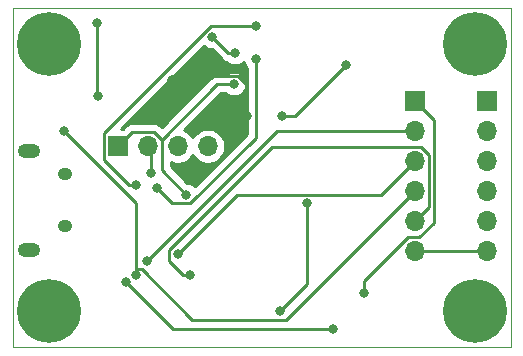
<source format=gbr>
G04 #@! TF.GenerationSoftware,KiCad,Pcbnew,5.1.10-88a1d61d58~88~ubuntu20.04.1*
G04 #@! TF.CreationDate,2021-05-19T21:03:50-06:00*
G04 #@! TF.ProjectId,ESP_Programmer,4553505f-5072-46f6-9772-616d6d65722e,rev?*
G04 #@! TF.SameCoordinates,Original*
G04 #@! TF.FileFunction,Copper,L2,Bot*
G04 #@! TF.FilePolarity,Positive*
%FSLAX46Y46*%
G04 Gerber Fmt 4.6, Leading zero omitted, Abs format (unit mm)*
G04 Created by KiCad (PCBNEW 5.1.10-88a1d61d58~88~ubuntu20.04.1) date 2021-05-19 21:03:50*
%MOMM*%
%LPD*%
G01*
G04 APERTURE LIST*
G04 #@! TA.AperFunction,Profile*
%ADD10C,0.050000*%
G04 #@! TD*
G04 #@! TA.AperFunction,ComponentPad*
%ADD11O,1.700000X1.700000*%
G04 #@! TD*
G04 #@! TA.AperFunction,ComponentPad*
%ADD12R,1.700000X1.700000*%
G04 #@! TD*
G04 #@! TA.AperFunction,ComponentPad*
%ADD13O,1.250000X1.050000*%
G04 #@! TD*
G04 #@! TA.AperFunction,ComponentPad*
%ADD14O,1.900000X1.200000*%
G04 #@! TD*
G04 #@! TA.AperFunction,ComponentPad*
%ADD15C,5.400000*%
G04 #@! TD*
G04 #@! TA.AperFunction,ViaPad*
%ADD16C,0.800000*%
G04 #@! TD*
G04 #@! TA.AperFunction,Conductor*
%ADD17C,0.250000*%
G04 #@! TD*
G04 #@! TA.AperFunction,Conductor*
%ADD18C,0.254000*%
G04 #@! TD*
G04 #@! TA.AperFunction,Conductor*
%ADD19C,0.350000*%
G04 #@! TD*
G04 APERTURE END LIST*
D10*
X184658000Y-116840000D02*
X195580000Y-116840000D01*
X184658000Y-88138000D02*
X184658000Y-116840000D01*
X184912000Y-88138000D02*
X184658000Y-88138000D01*
X226822000Y-88138000D02*
X184912000Y-88138000D01*
X226822000Y-116840000D02*
X226822000Y-88138000D01*
X226568000Y-116840000D02*
X226822000Y-116840000D01*
X195580000Y-116840000D02*
X226568000Y-116840000D01*
D11*
G04 #@! TO.P,J4,6*
G04 #@! TO.N,GND*
X224790000Y-108712000D03*
G04 #@! TO.P,J4,5*
G04 #@! TO.N,GPIO0*
X224790000Y-106172000D03*
G04 #@! TO.P,J4,4*
G04 #@! TO.N,PWR_IO*
X224790000Y-103632000D03*
G04 #@! TO.P,J4,3*
G04 #@! TO.N,TXO*
X224790000Y-101092000D03*
G04 #@! TO.P,J4,2*
G04 #@! TO.N,RXI*
X224790000Y-98552000D03*
D12*
G04 #@! TO.P,J4,1*
G04 #@! TO.N,RST*
X224790000Y-96012000D03*
G04 #@! TD*
D11*
G04 #@! TO.P,J3,6*
G04 #@! TO.N,GND*
X218694000Y-108712000D03*
G04 #@! TO.P,J3,5*
G04 #@! TO.N,CTS*
X218694000Y-106172000D03*
G04 #@! TO.P,J3,4*
G04 #@! TO.N,PWR_IO*
X218694000Y-103632000D03*
G04 #@! TO.P,J3,3*
G04 #@! TO.N,TXO*
X218694000Y-101092000D03*
G04 #@! TO.P,J3,2*
G04 #@! TO.N,RXI*
X218694000Y-98552000D03*
D12*
G04 #@! TO.P,J3,1*
G04 #@! TO.N,DTR*
X218694000Y-96012000D03*
G04 #@! TD*
D11*
G04 #@! TO.P,J2,4*
G04 #@! TO.N,GND*
X201168000Y-99822000D03*
G04 #@! TO.P,J2,3*
G04 #@! TO.N,D+*
X198628000Y-99822000D03*
G04 #@! TO.P,J2,2*
G04 #@! TO.N,D-*
X196088000Y-99822000D03*
D12*
G04 #@! TO.P,J2,1*
G04 #@! TO.N,+5V*
X193548000Y-99822000D03*
G04 #@! TD*
D13*
G04 #@! TO.P,J1,SH*
G04 #@! TO.N,N/C*
X189047000Y-106619000D03*
D14*
X186047000Y-108569000D03*
X186047000Y-100219000D03*
D13*
X189047000Y-102169000D03*
G04 #@! TD*
D15*
G04 #@! TO.P,H4,1*
G04 #@! TO.N,GND*
X187706000Y-113792000D03*
G04 #@! TD*
G04 #@! TO.P,H3,1*
G04 #@! TO.N,GND*
X223774000Y-113792000D03*
G04 #@! TD*
G04 #@! TO.P,H2,1*
G04 #@! TO.N,GND*
X187706000Y-91186000D03*
G04 #@! TD*
G04 #@! TO.P,H1,1*
G04 #@! TO.N,GND*
X223774000Y-91186000D03*
G04 #@! TD*
D16*
G04 #@! TO.N,GND*
X203454000Y-91948000D03*
X201535902Y-90574402D03*
G04 #@! TO.N,+5V*
X199344347Y-103931653D03*
X203370095Y-94571905D03*
G04 #@! TO.N,+3V3*
X198156500Y-94234000D03*
X204506500Y-97282000D03*
G04 #@! TO.N,RST*
X207264000Y-113792000D03*
X209586500Y-104648000D03*
X212852000Y-92964000D03*
X207481500Y-97282000D03*
G04 #@! TO.N,GPIO0*
X191770000Y-89408000D03*
X191902004Y-95605996D03*
G04 #@! TO.N,RXLED*
X205232000Y-92456000D03*
X196850000Y-103378000D03*
G04 #@! TO.N,TXLED*
X195072000Y-103124000D03*
X205268500Y-89662000D03*
G04 #@! TO.N,D-*
X196342000Y-102108000D03*
G04 #@! TO.N,CTS*
X199644000Y-110744000D03*
G04 #@! TO.N,PWR_IO*
X188976000Y-98552000D03*
X195072000Y-110744000D03*
G04 #@! TO.N,TXO*
X198628000Y-108966000D03*
G04 #@! TO.N,RXI*
X195994154Y-109567846D03*
G04 #@! TO.N,DTR*
X214412500Y-112268000D03*
G04 #@! TO.N,RTS*
X194239949Y-111298701D03*
X211799500Y-115316000D03*
G04 #@! TD*
D17*
G04 #@! TO.N,GND*
X218694000Y-108712000D02*
X224790000Y-108712000D01*
X202909500Y-91948000D02*
X201535902Y-90574402D01*
X203454000Y-91948000D02*
X202909500Y-91948000D01*
G04 #@! TO.N,+5V*
X196652001Y-98646999D02*
X197263001Y-99257999D01*
X194723001Y-98646999D02*
X196652001Y-98646999D01*
X197263001Y-101850307D02*
X199344347Y-103931653D01*
X197263001Y-99257999D02*
X197263001Y-101850307D01*
X193548000Y-99822000D02*
X194723001Y-98646999D01*
X201949095Y-94571905D02*
X203370095Y-94571905D01*
X197263001Y-99257999D02*
X201949095Y-94571905D01*
G04 #@! TO.N,+3V3*
X204506500Y-94635308D02*
X204506500Y-97282000D01*
X203718096Y-93846904D02*
X204506500Y-94635308D01*
X198543596Y-93846904D02*
X203718096Y-93846904D01*
X198156500Y-94234000D02*
X198543596Y-93846904D01*
G04 #@! TO.N,RST*
X209586500Y-111469500D02*
X209586500Y-104648000D01*
X207264000Y-113792000D02*
X209586500Y-111469500D01*
X208534000Y-97282000D02*
X207481500Y-97282000D01*
X212852000Y-92964000D02*
X208534000Y-97282000D01*
G04 #@! TO.N,GPIO0*
X191770000Y-95473992D02*
X191902004Y-95605996D01*
X191770000Y-89408000D02*
X191770000Y-95473992D01*
G04 #@! TO.N,RXLED*
X198128654Y-104656654D02*
X196850000Y-103378000D01*
X199692348Y-104656654D02*
X198128654Y-104656654D01*
X205232000Y-99117002D02*
X199692348Y-104656654D01*
X205232000Y-92456000D02*
X205232000Y-99117002D01*
G04 #@! TO.N,TXLED*
X201422998Y-89662000D02*
X205268500Y-89662000D01*
X192372999Y-100990684D02*
X192372999Y-98711999D01*
X194506315Y-103124000D02*
X192372999Y-100990684D01*
X192372999Y-98711999D02*
X201422998Y-89662000D01*
X195072000Y-103124000D02*
X194506315Y-103124000D01*
G04 #@! TO.N,D-*
X196342000Y-100076000D02*
X196088000Y-99822000D01*
X196342000Y-102108000D02*
X196342000Y-100076000D01*
G04 #@! TO.N,CTS*
X219869001Y-100527999D02*
X219869001Y-104996999D01*
X219258001Y-99916999D02*
X219869001Y-100527999D01*
X206603999Y-99916999D02*
X219258001Y-99916999D01*
X219869001Y-104996999D02*
X218694000Y-106172000D01*
X197902999Y-108617999D02*
X206603999Y-99916999D01*
X197902999Y-109568684D02*
X197902999Y-108617999D01*
X199078315Y-110744000D02*
X197902999Y-109568684D01*
X199644000Y-110744000D02*
X199078315Y-110744000D01*
G04 #@! TO.N,PWR_IO*
X188976000Y-98552000D02*
X195072000Y-104648000D01*
X207808999Y-114517001D02*
X218694000Y-103632000D01*
X195072000Y-110236000D02*
X195589306Y-110236000D01*
X199870307Y-114517001D02*
X207808999Y-114517001D01*
X195589306Y-110236000D02*
X199870307Y-114517001D01*
X195072000Y-104648000D02*
X195072000Y-110236000D01*
X195072000Y-110236000D02*
X195072000Y-110744000D01*
G04 #@! TO.N,TXO*
X203671001Y-103922999D02*
X215863001Y-103922999D01*
X215863001Y-103922999D02*
X218694000Y-101092000D01*
X198628000Y-108966000D02*
X203671001Y-103922999D01*
G04 #@! TO.N,RXI*
X218694000Y-98552000D02*
X207010000Y-98552000D01*
X207010000Y-98552000D02*
X195994154Y-109567846D01*
G04 #@! TO.N,DTR*
X214412500Y-111254498D02*
X214412500Y-112268000D01*
X219068003Y-107536999D02*
X218129999Y-107536999D01*
X220319010Y-106285992D02*
X219068003Y-107536999D01*
X220319010Y-97637010D02*
X220319010Y-106285992D01*
X218129999Y-107536999D02*
X214412500Y-111254498D01*
X218694000Y-96012000D02*
X220319010Y-97637010D01*
G04 #@! TO.N,RTS*
X198257248Y-115316000D02*
X211799500Y-115316000D01*
X194239949Y-111298701D02*
X198257248Y-115316000D01*
G04 #@! TD*
D18*
G04 #@! TO.N,+3V3*
X200876128Y-91378339D02*
X201045646Y-91491607D01*
X201234004Y-91569628D01*
X201433963Y-91609402D01*
X201496101Y-91609402D01*
X202345701Y-92459003D01*
X202369499Y-92488001D01*
X202398497Y-92511799D01*
X202485223Y-92582974D01*
X202617253Y-92653546D01*
X202730051Y-92687762D01*
X202794226Y-92751937D01*
X202963744Y-92865205D01*
X203152102Y-92943226D01*
X203352061Y-92983000D01*
X203555939Y-92983000D01*
X203755898Y-92943226D01*
X203944256Y-92865205D01*
X204113774Y-92751937D01*
X204215378Y-92650333D01*
X204236774Y-92757898D01*
X204314795Y-92946256D01*
X204428063Y-93115774D01*
X204472000Y-93159711D01*
X204472001Y-98802199D01*
X200075303Y-103198898D01*
X200004121Y-103127716D01*
X199834603Y-103014448D01*
X199646245Y-102936427D01*
X199446286Y-102896653D01*
X199384149Y-102896653D01*
X198023001Y-101535506D01*
X198023001Y-101178753D01*
X198194842Y-101249932D01*
X198481740Y-101307000D01*
X198774260Y-101307000D01*
X199061158Y-101249932D01*
X199331411Y-101137990D01*
X199574632Y-100975475D01*
X199781475Y-100768632D01*
X199898000Y-100594240D01*
X200014525Y-100768632D01*
X200221368Y-100975475D01*
X200464589Y-101137990D01*
X200734842Y-101249932D01*
X201021740Y-101307000D01*
X201314260Y-101307000D01*
X201601158Y-101249932D01*
X201871411Y-101137990D01*
X202114632Y-100975475D01*
X202321475Y-100768632D01*
X202483990Y-100525411D01*
X202595932Y-100255158D01*
X202653000Y-99968260D01*
X202653000Y-99675740D01*
X202595932Y-99388842D01*
X202483990Y-99118589D01*
X202321475Y-98875368D01*
X202114632Y-98668525D01*
X201871411Y-98506010D01*
X201601158Y-98394068D01*
X201314260Y-98337000D01*
X201021740Y-98337000D01*
X200734842Y-98394068D01*
X200464589Y-98506010D01*
X200221368Y-98668525D01*
X200014525Y-98875368D01*
X199898000Y-99049760D01*
X199781475Y-98875368D01*
X199574632Y-98668525D01*
X199331411Y-98506010D01*
X199160560Y-98435241D01*
X202263897Y-95331905D01*
X202666384Y-95331905D01*
X202710321Y-95375842D01*
X202879839Y-95489110D01*
X203068197Y-95567131D01*
X203268156Y-95606905D01*
X203472034Y-95606905D01*
X203671993Y-95567131D01*
X203860351Y-95489110D01*
X204029869Y-95375842D01*
X204174032Y-95231679D01*
X204287300Y-95062161D01*
X204365321Y-94873803D01*
X204405095Y-94673844D01*
X204405095Y-94469966D01*
X204365321Y-94270007D01*
X204287300Y-94081649D01*
X204174032Y-93912131D01*
X204029869Y-93767968D01*
X203860351Y-93654700D01*
X203671993Y-93576679D01*
X203472034Y-93536905D01*
X203268156Y-93536905D01*
X203068197Y-93576679D01*
X202879839Y-93654700D01*
X202710321Y-93767968D01*
X202666384Y-93811905D01*
X201986420Y-93811905D01*
X201949095Y-93808229D01*
X201911770Y-93811905D01*
X201911762Y-93811905D01*
X201800109Y-93822902D01*
X201656848Y-93866359D01*
X201524819Y-93936931D01*
X201409094Y-94031904D01*
X201385296Y-94060902D01*
X197263001Y-98183198D01*
X197215804Y-98136001D01*
X197192002Y-98106998D01*
X197076277Y-98012025D01*
X196944248Y-97941453D01*
X196800987Y-97897996D01*
X196689334Y-97886999D01*
X196689323Y-97886999D01*
X196652001Y-97883323D01*
X196614679Y-97886999D01*
X194760323Y-97886999D01*
X194723000Y-97883323D01*
X194685677Y-97886999D01*
X194685668Y-97886999D01*
X194574015Y-97897996D01*
X194430754Y-97941453D01*
X194298725Y-98012025D01*
X194183000Y-98106998D01*
X194159202Y-98135996D01*
X193961270Y-98333928D01*
X193825871Y-98333928D01*
X200828794Y-91331005D01*
X200876128Y-91378339D01*
G04 #@! TA.AperFunction,Conductor*
D19*
G36*
X200876128Y-91378339D02*
G01*
X201045646Y-91491607D01*
X201234004Y-91569628D01*
X201433963Y-91609402D01*
X201496101Y-91609402D01*
X202345701Y-92459003D01*
X202369499Y-92488001D01*
X202398497Y-92511799D01*
X202485223Y-92582974D01*
X202617253Y-92653546D01*
X202730051Y-92687762D01*
X202794226Y-92751937D01*
X202963744Y-92865205D01*
X203152102Y-92943226D01*
X203352061Y-92983000D01*
X203555939Y-92983000D01*
X203755898Y-92943226D01*
X203944256Y-92865205D01*
X204113774Y-92751937D01*
X204215378Y-92650333D01*
X204236774Y-92757898D01*
X204314795Y-92946256D01*
X204428063Y-93115774D01*
X204472000Y-93159711D01*
X204472001Y-98802199D01*
X200075303Y-103198898D01*
X200004121Y-103127716D01*
X199834603Y-103014448D01*
X199646245Y-102936427D01*
X199446286Y-102896653D01*
X199384149Y-102896653D01*
X198023001Y-101535506D01*
X198023001Y-101178753D01*
X198194842Y-101249932D01*
X198481740Y-101307000D01*
X198774260Y-101307000D01*
X199061158Y-101249932D01*
X199331411Y-101137990D01*
X199574632Y-100975475D01*
X199781475Y-100768632D01*
X199898000Y-100594240D01*
X200014525Y-100768632D01*
X200221368Y-100975475D01*
X200464589Y-101137990D01*
X200734842Y-101249932D01*
X201021740Y-101307000D01*
X201314260Y-101307000D01*
X201601158Y-101249932D01*
X201871411Y-101137990D01*
X202114632Y-100975475D01*
X202321475Y-100768632D01*
X202483990Y-100525411D01*
X202595932Y-100255158D01*
X202653000Y-99968260D01*
X202653000Y-99675740D01*
X202595932Y-99388842D01*
X202483990Y-99118589D01*
X202321475Y-98875368D01*
X202114632Y-98668525D01*
X201871411Y-98506010D01*
X201601158Y-98394068D01*
X201314260Y-98337000D01*
X201021740Y-98337000D01*
X200734842Y-98394068D01*
X200464589Y-98506010D01*
X200221368Y-98668525D01*
X200014525Y-98875368D01*
X199898000Y-99049760D01*
X199781475Y-98875368D01*
X199574632Y-98668525D01*
X199331411Y-98506010D01*
X199160560Y-98435241D01*
X202263897Y-95331905D01*
X202666384Y-95331905D01*
X202710321Y-95375842D01*
X202879839Y-95489110D01*
X203068197Y-95567131D01*
X203268156Y-95606905D01*
X203472034Y-95606905D01*
X203671993Y-95567131D01*
X203860351Y-95489110D01*
X204029869Y-95375842D01*
X204174032Y-95231679D01*
X204287300Y-95062161D01*
X204365321Y-94873803D01*
X204405095Y-94673844D01*
X204405095Y-94469966D01*
X204365321Y-94270007D01*
X204287300Y-94081649D01*
X204174032Y-93912131D01*
X204029869Y-93767968D01*
X203860351Y-93654700D01*
X203671993Y-93576679D01*
X203472034Y-93536905D01*
X203268156Y-93536905D01*
X203068197Y-93576679D01*
X202879839Y-93654700D01*
X202710321Y-93767968D01*
X202666384Y-93811905D01*
X201986420Y-93811905D01*
X201949095Y-93808229D01*
X201911770Y-93811905D01*
X201911762Y-93811905D01*
X201800109Y-93822902D01*
X201656848Y-93866359D01*
X201524819Y-93936931D01*
X201409094Y-94031904D01*
X201385296Y-94060902D01*
X197263001Y-98183198D01*
X197215804Y-98136001D01*
X197192002Y-98106998D01*
X197076277Y-98012025D01*
X196944248Y-97941453D01*
X196800987Y-97897996D01*
X196689334Y-97886999D01*
X196689323Y-97886999D01*
X196652001Y-97883323D01*
X196614679Y-97886999D01*
X194760323Y-97886999D01*
X194723000Y-97883323D01*
X194685677Y-97886999D01*
X194685668Y-97886999D01*
X194574015Y-97897996D01*
X194430754Y-97941453D01*
X194298725Y-98012025D01*
X194183000Y-98106998D01*
X194159202Y-98135996D01*
X193961270Y-98333928D01*
X193825871Y-98333928D01*
X200828794Y-91331005D01*
X200876128Y-91378339D01*
G37*
G04 #@! TD.AperFunction*
G04 #@! TD*
M02*

</source>
